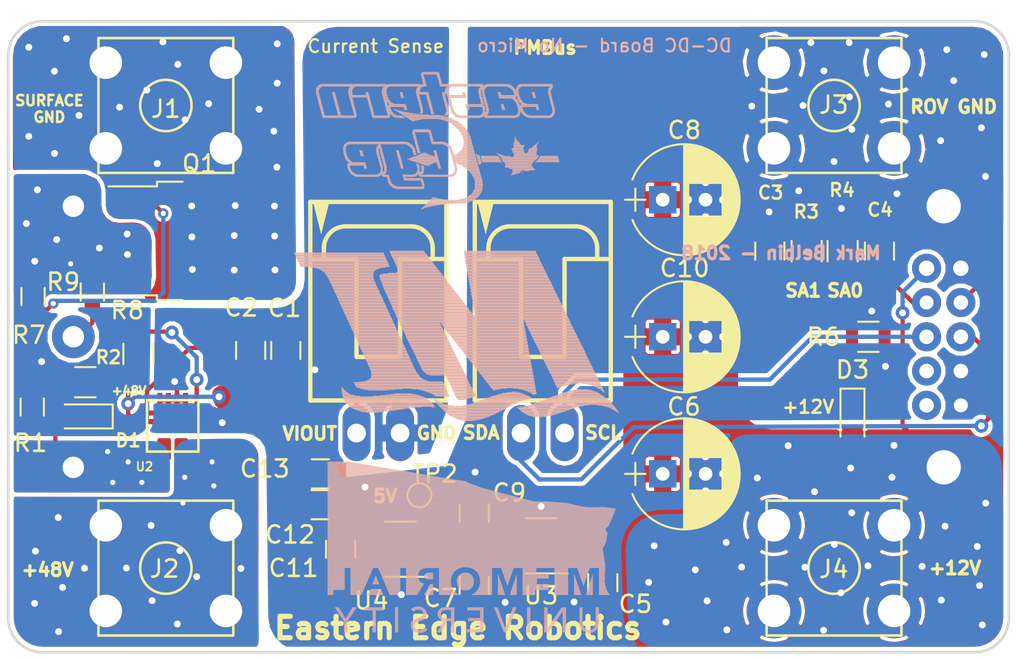
<source format=kicad_pcb>
(kicad_pcb (version 20171130) (host pcbnew "(5.0.0)")
  (layers (0 F.Cu mixed) (31 B.Cu mixed) (34 B.Paste user) (35 F.Paste user) (36 B.SilkS user) (37 F.SilkS user) (38 B.Mask user hide) (39 F.Mask user hide) (44 Edge.Cuts user))
  (net 0 "")
  (net 1 /+48V)
  (net 2 +12V)
  (net 3 GND)
  (net 4 Earth)
  (net 5 VIOUT)
  (net 6 "Net-(C3-Pad1)")
  (net 7 "Net-(C4-Pad1)")
  (net 8 /5V)
  (net 9 +3V3)
  (net 10 "Net-(D1-Pad1)")
  (net 11 "Net-(D3-Pad1)")
  (net 12 SDA)
  (net 13 SCL)
  (net 14 "Net-(U3-Pad4)")
  (net 15 "Net-(U4-Pad4)")
  (net 16 "Net-(R8-Pad2)")
  (net 17 "Net-(D1-Pad2)")
  (net 18 "Net-(Q1-Pad1)")
  (net 19 "Net-(J1-Pad1)")
  (net 20 "Net-(R9-Pad1)")
  (net 21 "Net-(U1-Pad12)")
  (net 22 "Net-(U1-Pad14)")
  (module EER:70553-02 (layer F.Cu) (at 92.4 48)
    (fp_text reference J6 hide)
    (fp_text value Conn_01x02 hide)
    (pad 1 thru_hole oval (at -1.27 7.62 90) (size 3.2766 1.6383) (drill 1.0922) (layers *.Cu *.Mask) (net 5 VIOUT))
    (pad 2 thru_hole oval (at 1.27 7.62 90) (size 3.2766 1.6383) (drill 1.0922) (layers *.Cu *.Mask) (net 3 GND))
  )
  (module EER:MurataDC-DC (layer F.Cu) (at 100 50)
    (fp_text reference U1 hide)
    (fp_text value DBQ0135V2)
    (pad 15 thru_hole circle (at 26.4 4) (size 1.5 1.5) (drill 0.82) (layers *.Cu *.Mask) (net 3 GND))
    (pad 14 thru_hole circle (at 24.4 4) (size 1.7 1.7) (drill 0.85) (layers *.Cu *.Mask) (net 22 "Net-(U1-Pad14)"))
    (pad 12 thru_hole circle (at 24.4 2) (size 1.7 1.7) (drill 0.85) (layers *.Cu *.Mask) (net 21 "Net-(U1-Pad12)"))
    (pad 13 thru_hole circle (at 26.4 2) (size 1.7 1.7) (drill 0.85) (layers *.Cu *.Mask) (net 3 GND))
    (pad 10 thru_hole circle (at 24.4 0) (size 1.7 1.7) (drill 0.85) (layers *.Cu *.Mask) (net 13 SCL))
    (pad 11 thru_hole circle (at 26.4 0) (size 1.7 1.7) (drill 0.85) (layers *.Cu *.Mask) (net 12 SDA))
    (pad 9 thru_hole circle (at 26.4 -2) (size 1.7 1.7) (drill 0.85) (layers *.Cu *.Mask) (net 6 "Net-(C3-Pad1)"))
    (pad 8 thru_hole circle (at 24.4 -2) (size 1.7 1.7) (drill 0.82) (layers *.Cu *.Mask) (net 7 "Net-(C4-Pad1)"))
    (pad 7 thru_hole circle (at 26.4 -4) (size 1.7 1.7) (drill 0.9) (layers *.Cu *.Mask) (net 3 GND))
    (pad 6 thru_hole circle (at 24.4 -4) (size 1.7 1.7) (drill 0.9) (layers *.Cu *.Mask) (net 2 +12V))
    (pad 16 thru_hole circle (at 25.4 7.62) (size 3.5 3.5) (drill 2) (layers *.Cu *.Mask) (net 2 +12V))
    (pad 5 thru_hole circle (at 25.4 -7.62 180) (size 3.5 3.5) (drill 2) (layers *.Cu *.Mask) (net 3 GND))
    (pad 1 thru_hole circle (at -25.4 7.62) (size 2.5 2.5) (drill 1.25) (layers *.Cu *.Mask) (net 17 "Net-(D1-Pad2)"))
    (pad 2 thru_hole circle (at -25.4 0) (size 2.5 2.5) (drill 1.25) (layers *.Cu *.Mask) (net 20 "Net-(R9-Pad1)"))
    (pad 4 thru_hole circle (at -25.4 -7.62) (size 2.5 2.5) (drill 1.25) (layers *.Cu *.Mask) (net 4 Earth))
  )
  (module Capacitors_SMD:C_0805 (layer F.Cu) (at 121.65 45 90)
    (fp_text reference C4 (at 2.41 0.03 180) (layer F.SilkS) (effects (font (size 0.75 0.75))))
    (fp_text value 4.7nF)
    (pad 1 smd rect (at -1 0 90) (size 1 1.25) (layers F.Cu F.Paste F.Mask) (net 7 "Net-(C4-Pad1)"))
    (pad 2 smd rect (at 1 0 90) (size 1 1.25) (layers F.Cu F.Paste F.Mask) (net 3 GND))
  )
  (module EER:ACS711 (layer F.Cu) (at 80.4 55.2 90)
    (fp_text reference U2 (at -2.38 -1.65 -180) (layer F.SilkS) (effects (font (size 0.5 0.5) (thickness 0.1))))
    (fp_text value ACS711)
    (pad 3 smd roundrect (at -1.35 0.5 270) (size 1.27 0.8) (layers F.Cu F.Paste F.Mask) (roundrect_rratio 0.15) (net 1 /+48V))
    (pad 1 smd roundrect (at -1.35 -0.5 270) (size 1.27 0.8) (layers F.Cu F.Paste F.Mask) (roundrect_rratio 0.15) (net 17 "Net-(D1-Pad2)"))
    (pad 5 smd rect (at 0.25 1.5 90) (size 0.3 0.85) (layers F.Cu F.Paste F.Mask) (net 3 GND))
    (pad 6 smd rect (at 0.75 1.5 90) (size 0.3 0.85) (layers F.Cu F.Paste F.Mask) (net 16 "Net-(R8-Pad2)"))
    (pad 7 smd rect (at 1.5 0.75 180) (size 0.3 0.85) (layers F.Cu F.Paste F.Mask) (net 3 GND))
    (pad 7 smd rect (at 1.5 -0.75 180) (size 0.3 0.85) (layers F.Cu F.Paste F.Mask) (net 3 GND))
    (pad 7 smd rect (at 1.5 0.25 180) (size 0.3 0.85) (layers F.Cu F.Paste F.Mask) (net 3 GND))
    (pad 7 smd rect (at 1.5 -0.25 180) (size 0.3 0.85) (layers F.Cu F.Paste F.Mask) (net 3 GND))
    (pad 11 smd rect (at 0.75 -1.5 90) (size 0.3 0.85) (layers F.Cu F.Paste F.Mask) (net 5 VIOUT))
    (pad 12 smd rect (at 0.25 -1.5 90) (size 0.3 0.85) (layers F.Cu F.Paste F.Mask) (net 9 +3V3))
  )
  (module EER:RingTerminal (layer F.Cu) (at 80 36.5 90)
    (fp_text reference J1 (at -0.2 0 180) (layer F.SilkS))
    (fp_text value Conn_01x01)
    (pad 1 thru_hole circle (at 2.5 -3.505 90) (size 3.2 3.2) (drill 1.9) (layers *.Cu *.Mask) (net 19 "Net-(J1-Pad1)"))
    (pad 1 thru_hole circle (at 2.5 3.505 90) (size 3.2 3.2) (drill 1.9) (layers *.Cu *.Mask) (net 19 "Net-(J1-Pad1)"))
    (pad 1 thru_hole circle (at -2.5 3.505 90) (size 3.2 3.2) (drill 1.9) (layers *.Cu *.Mask) (net 19 "Net-(J1-Pad1)"))
    (pad 1 thru_hole circle (at -2.5 -3.505 90) (size 3.2 3.2) (drill 1.9) (layers *.Cu *.Mask) (net 19 "Net-(J1-Pad1)"))
  )
  (module EER:RingTerminal (layer F.Cu) (at 80 63.5 90)
    (fp_text reference J2 (at -0.04 -0.08 180) (layer F.SilkS))
    (fp_text value Conn_01x01)
    (pad 1 thru_hole circle (at 2.5 -3.505 90) (size 3.2 3.2) (drill 1.9) (layers *.Cu *.Mask) (net 1 /+48V))
    (pad 1 thru_hole circle (at 2.5 3.505 90) (size 3.2 3.2) (drill 1.9) (layers *.Cu *.Mask) (net 1 /+48V))
    (pad 1 thru_hole circle (at -2.5 3.505 90) (size 3.2 3.2) (drill 1.9) (layers *.Cu *.Mask) (net 1 /+48V))
    (pad 1 thru_hole circle (at -2.5 -3.505 90) (size 3.2 3.2) (drill 1.9) (layers *.Cu *.Mask) (net 1 /+48V))
  )
  (module EER:RingTerminal (layer F.Cu) (at 119 36.5 90)
    (fp_text reference J3 (at 0.04 -0.02 180) (layer F.SilkS))
    (fp_text value Conn_01x01)
    (pad 1 thru_hole circle (at 2.5 -3.505 90) (size 3.2 3.2) (drill 1.9) (layers *.Cu *.Mask) (net 3 GND))
    (pad 1 thru_hole circle (at 2.5 3.505 90) (size 3.2 3.2) (drill 1.9) (layers *.Cu *.Mask) (net 3 GND))
    (pad 1 thru_hole circle (at -2.5 3.505 90) (size 3.2 3.2) (drill 1.9) (layers *.Cu *.Mask) (net 3 GND))
    (pad 1 thru_hole circle (at -2.5 -3.505 90) (size 3.2 3.2) (drill 1.9) (layers *.Cu *.Mask) (net 3 GND))
  )
  (module EER:RingTerminal (layer F.Cu) (at 119 63.5 90)
    (fp_text reference J4 (at -0.06 -0.02 180) (layer F.SilkS))
    (fp_text value Conn_01x01)
    (pad 1 thru_hole circle (at 2.5 -3.505 90) (size 3.2 3.2) (drill 1.9) (layers *.Cu *.Mask) (net 2 +12V))
    (pad 1 thru_hole circle (at 2.5 3.505 90) (size 3.2 3.2) (drill 1.9) (layers *.Cu *.Mask) (net 2 +12V))
    (pad 1 thru_hole circle (at -2.5 3.505 90) (size 3.2 3.2) (drill 1.9) (layers *.Cu *.Mask) (net 2 +12V))
    (pad 1 thru_hole circle (at -2.5 -3.505 90) (size 3.2 3.2) (drill 1.9) (layers *.Cu *.Mask) (net 2 +12V))
  )
  (module Capacitors_SMD:C_0805 (layer F.Cu) (at 87 50.8 270)
    (fp_text reference C1 (at -2.475 0.075) (layer F.SilkS))
    (fp_text value 1uF)
    (pad 1 smd rect (at -1 0 270) (size 1 1.25) (layers F.Cu F.Paste F.Mask) (net 5 VIOUT))
    (pad 2 smd rect (at 1 0 270) (size 1 1.25) (layers F.Cu F.Paste F.Mask) (net 3 GND))
  )
  (module Capacitors_SMD:C_0805 (layer F.Cu) (at 84.95 50.8 270)
    (fp_text reference C2 (at -2.5 0.55) (layer F.SilkS))
    (fp_text value 0.1uF)
    (pad 1 smd rect (at -1 0 270) (size 1 1.25) (layers F.Cu F.Paste F.Mask) (net 5 VIOUT))
    (pad 2 smd rect (at 1 0 270) (size 1 1.25) (layers F.Cu F.Paste F.Mask) (net 3 GND))
  )
  (module Capacitors_SMD:C_0805 (layer F.Cu) (at 115.25 45 90)
    (fp_text reference C3 (at 3.41 0.05 180) (layer F.SilkS) (effects (font (size 0.75 0.75))))
    (fp_text value 4.7nF)
    (pad 1 smd rect (at -1 0 90) (size 1 1.25) (layers F.Cu F.Paste F.Mask) (net 6 "Net-(C3-Pad1)"))
    (pad 2 smd rect (at 1 0 90) (size 1 1.25) (layers F.Cu F.Paste F.Mask) (net 3 GND))
  )
  (module Capacitors_SMD:C_0805 (layer F.Cu) (at 105.5 64.35 270)
    (fp_text reference C5 (at 1.25 -1.9) (layer F.SilkS))
    (fp_text value 1uF)
    (pad 1 smd rect (at -1 0 270) (size 1 1.25) (layers F.Cu F.Paste F.Mask) (net 2 +12V))
    (pad 2 smd rect (at 1 0 270) (size 1 1.25) (layers F.Cu F.Paste F.Mask) (net 3 GND))
  )
  (module Capacitors_THT:CP_Radial_D6.3mm_P2.50mm (layer F.Cu) (at 109 58)
    (fp_text reference C6 (at 1.24 -3.92) (layer F.SilkS))
    (fp_text value 47uF)
    (pad 1 thru_hole rect (at 0 0) (size 1.6 1.6) (drill 0.8) (layers *.Cu *.Mask) (net 2 +12V))
    (pad 2 thru_hole circle (at 2.5 0) (size 1.6 1.6) (drill 0.8) (layers *.Cu *.Mask) (net 3 GND))
  )
  (module Capacitors_SMD:C_0805 (layer F.Cu) (at 98 64.5 270)
    (fp_text reference C7 (at 0.76 1.97) (layer F.SilkS))
    (fp_text value 1uF)
    (pad 1 smd rect (at -1 0 270) (size 1 1.25) (layers F.Cu F.Paste F.Mask) (net 8 /5V))
    (pad 2 smd rect (at 1 0 270) (size 1 1.25) (layers F.Cu F.Paste F.Mask) (net 3 GND))
  )
  (module Capacitors_THT:CP_Radial_D6.3mm_P2.50mm (layer F.Cu) (at 109 42)
    (fp_text reference C8 (at 1.26 -4.06) (layer F.SilkS))
    (fp_text value 220uF)
    (pad 1 thru_hole rect (at 0 0) (size 1.6 1.6) (drill 0.8) (layers *.Cu *.Mask) (net 2 +12V))
    (pad 2 thru_hole circle (at 2.5 0) (size 1.6 1.6) (drill 0.8) (layers *.Cu *.Mask) (net 3 GND))
  )
  (module Capacitors_SMD:C_0805 (layer F.Cu) (at 98 60.3 90)
    (fp_text reference C9 (at 1.2 2.05 180) (layer F.SilkS))
    (fp_text value 1uF)
    (pad 1 smd rect (at -1 0 90) (size 1 1.25) (layers F.Cu F.Paste F.Mask) (net 8 /5V))
    (pad 2 smd rect (at 1 0 90) (size 1 1.25) (layers F.Cu F.Paste F.Mask) (net 3 GND))
  )
  (module Capacitors_THT:CP_Radial_D6.3mm_P2.50mm (layer F.Cu) (at 109 50)
    (fp_text reference C10 (at 1.28 -4) (layer F.SilkS))
    (fp_text value 220uF)
    (pad 1 thru_hole rect (at 0 0) (size 1.6 1.6) (drill 0.8) (layers *.Cu *.Mask) (net 2 +12V))
    (pad 2 thru_hole circle (at 2.5 0) (size 1.6 1.6) (drill 0.8) (layers *.Cu *.Mask) (net 3 GND))
  )
  (module Capacitors_SMD:C_0805 (layer F.Cu) (at 90.2 62.4 90)
    (fp_text reference C11 (at -1.1 -2.75 180) (layer F.SilkS))
    (fp_text value 1uF)
    (pad 1 smd rect (at -1 0 90) (size 1 1.25) (layers F.Cu F.Paste F.Mask) (net 9 +3V3))
    (pad 2 smd rect (at 1 0 90) (size 1 1.25) (layers F.Cu F.Paste F.Mask) (net 3 GND))
  )
  (module LEDs:LED_0805 (layer F.Cu) (at 75.1 54.65 180)
    (fp_text reference D1 (at -2.7 -1.4) (layer F.SilkS) (effects (font (size 0.75 0.75))))
    (fp_text value LED)
    (pad 2 smd rect (at 1.1 0) (size 1.2 1.2) (layers F.Cu F.Paste F.Mask) (net 17 "Net-(D1-Pad2)"))
    (pad 1 smd rect (at -1.1 0) (size 1.2 1.2) (layers F.Cu F.Paste F.Mask) (net 10 "Net-(D1-Pad1)"))
  )
  (module LEDs:LED_0805 (layer F.Cu) (at 120.075 54.825 270)
    (fp_text reference D3 (at -2.9 0) (layer F.SilkS))
    (fp_text value LED)
    (pad 2 smd rect (at 1.1 0 90) (size 1.2 1.2) (layers F.Cu F.Paste F.Mask) (net 2 +12V))
    (pad 1 smd rect (at -1.1 0 90) (size 1.2 1.2) (layers F.Cu F.Paste F.Mask) (net 11 "Net-(D3-Pad1)"))
  )
  (module TO_SOT_Packages_SMD:SOT-23-5 (layer F.Cu) (at 93.7 62.4 180)
    (fp_text reference U4 (at 1.7 -3 180) (layer F.SilkS))
    (fp_text value TLV733P)
    (pad 1 smd rect (at -1.1 -0.95 180) (size 1.06 0.65) (layers F.Cu F.Paste F.Mask) (net 8 /5V))
    (pad 2 smd rect (at -1.1 0 180) (size 1.06 0.65) (layers F.Cu F.Paste F.Mask) (net 3 GND))
    (pad 3 smd rect (at -1.1 0.95 180) (size 1.06 0.65) (layers F.Cu F.Paste F.Mask) (net 8 /5V))
    (pad 4 smd rect (at 1.1 0.95 180) (size 1.06 0.65) (layers F.Cu F.Paste F.Mask) (net 15 "Net-(U4-Pad4)"))
    (pad 5 smd rect (at 1.1 -0.95 180) (size 1.06 0.65) (layers F.Cu F.Paste F.Mask) (net 9 +3V3))
  )
  (module Resistors_SMD:R_0805 (layer F.Cu) (at 75.3 52.65 180)
    (fp_text reference R2 (at -1.35 1.45 180) (layer F.SilkS) (effects (font (size 0.75 0.75))))
    (fp_text value 10k)
    (pad 1 smd rect (at -0.95 0 180) (size 0.7 1.3) (layers F.Cu F.Paste F.Mask) (net 10 "Net-(D1-Pad1)"))
    (pad 2 smd rect (at 0.95 0 180) (size 0.7 1.3) (layers F.Cu F.Paste F.Mask) (net 4 Earth))
  )
  (module Resistors_SMD:R_0805 (layer F.Cu) (at 117.4 45 90)
    (fp_text reference R3 (at 2.3 -0.02 180) (layer F.SilkS) (effects (font (size 0.75 0.75))))
    (fp_text value 0)
    (pad 1 smd rect (at -0.95 0 90) (size 0.7 1.3) (layers F.Cu F.Paste F.Mask) (net 6 "Net-(C3-Pad1)"))
    (pad 2 smd rect (at 0.95 0 90) (size 0.7 1.3) (layers F.Cu F.Paste F.Mask) (net 3 GND))
  )
  (module Resistors_SMD:R_0805 (layer F.Cu) (at 119.5 45 90)
    (fp_text reference R4 (at 3.56 -0.04 180) (layer F.SilkS) (effects (font (size 0.75 0.75))))
    (fp_text value 0)
    (pad 1 smd rect (at -0.95 0 90) (size 0.7 1.3) (layers F.Cu F.Paste F.Mask) (net 7 "Net-(C4-Pad1)"))
    (pad 2 smd rect (at 0.95 0 90) (size 0.7 1.3) (layers F.Cu F.Paste F.Mask) (net 3 GND))
  )
  (module Resistors_SMD:R_0805 (layer F.Cu) (at 121 50)
    (fp_text reference R6 (at -2.62 0.01) (layer F.SilkS))
    (fp_text value 1k)
    (pad 1 smd rect (at -0.95 0) (size 0.7 1.3) (layers F.Cu F.Paste F.Mask) (net 11 "Net-(D3-Pad1)"))
    (pad 2 smd rect (at 0.95 0) (size 0.7 1.3) (layers F.Cu F.Paste F.Mask) (net 3 GND))
  )
  (module Resistors_SMD:R_0805 (layer F.Cu) (at 78.4 51 90)
    (fp_text reference R8 (at 2.54 -0.65 180) (layer F.SilkS))
    (fp_text value 1k)
    (pad 1 smd rect (at -0.95 0 90) (size 0.7 1.3) (layers F.Cu F.Paste F.Mask) (net 9 +3V3))
    (pad 2 smd rect (at 0.95 0 90) (size 0.7 1.3) (layers F.Cu F.Paste F.Mask) (net 16 "Net-(R8-Pad2)"))
  )
  (module TO_SOT_Packages_SMD:SOT-23-5 (layer F.Cu) (at 101.9 62.2 180)
    (fp_text reference U3 (at 0 -2.9 180) (layer F.SilkS))
    (fp_text value NCP551)
    (pad 1 smd rect (at -1.1 -0.95 180) (size 1.06 0.65) (layers F.Cu F.Paste F.Mask) (net 2 +12V))
    (pad 2 smd rect (at -1.1 0 180) (size 1.06 0.65) (layers F.Cu F.Paste F.Mask) (net 3 GND))
    (pad 3 smd rect (at -1.1 0.95 180) (size 1.06 0.65) (layers F.Cu F.Paste F.Mask) (net 2 +12V))
    (pad 4 smd rect (at 1.1 0.95 180) (size 1.06 0.65) (layers F.Cu F.Paste F.Mask) (net 14 "Net-(U3-Pad4)"))
    (pad 5 smd rect (at 1.1 -0.95 180) (size 1.06 0.65) (layers F.Cu F.Paste F.Mask) (net 8 /5V))
  )
  (module Testpoints:TestPoint_Pad_D1.0mm (layer F.Cu) (at 94.8 59.25)
    (fp_text reference TP2 (at 0.875 -1.25) (layer F.SilkS))
    (fp_text value TestPoint)
    (pad 1 smd circle (at 0 0) (size 1 1) (layers F.Cu F.Mask) (net 8 /5V))
  )
  (module Capacitors_SMD:C_0805 (layer F.Cu) (at 89 59.8)
    (fp_text reference C12 (at -1.75 1.75) (layer F.SilkS))
    (fp_text value 1uF)
    (pad 1 smd rect (at -1 0) (size 1 1.25) (layers F.Cu F.Paste F.Mask) (net 9 +3V3))
    (pad 2 smd rect (at 1 0) (size 1 1.25) (layers F.Cu F.Paste F.Mask) (net 3 GND))
  )
  (module Capacitors_SMD:C_0805 (layer F.Cu) (at 89.025 58)
    (fp_text reference C13 (at -3.25 -0.3) (layer F.SilkS))
    (fp_text value 0.1uF)
    (pad 1 smd rect (at -1 0) (size 1 1.25) (layers F.Cu F.Paste F.Mask) (net 9 +3V3))
    (pad 2 smd rect (at 1 0) (size 1 1.25) (layers F.Cu F.Paste F.Mask) (net 3 GND))
  )
  (module EER:EERLOGO (layer B.Cu) (at 105.5 44.3 180)
    (fp_text reference U$12 hide)
    (fp_text value EERLOGO hide)
  )
  (module EER:MUNLOGO (layer B.Cu) (at 107.35 68.4 180)
    (fp_text reference U$15 hide)
    (fp_text value MUNLOGO hide)
  )
  (module EER:MILOGO (layer B.Cu) (at 106.8 56.3 180)
    (fp_text reference U$16 hide)
    (fp_text value MILOGO hide)
  )
  (module Resistors_SMD:R_0603 (layer F.Cu) (at 72.2 54.1 90)
    (fp_text reference R1 (at -2.1 -0.1 180) (layer F.SilkS))
    (fp_text value 698k)
    (pad 2 smd rect (at 0.75 0 90) (size 0.5 0.9) (layers F.Cu F.Paste F.Mask) (net 18 "Net-(Q1-Pad1)"))
    (pad 1 smd rect (at -0.75 0 90) (size 0.5 0.9) (layers F.Cu F.Paste F.Mask) (net 17 "Net-(D1-Pad2)"))
  )
  (module Resistors_SMD:R_0603 (layer F.Cu) (at 72.25 47.65 90)
    (fp_text reference R7 (at -2.25 -0.25 180) (layer F.SilkS))
    (fp_text value 200k)
    (pad 1 smd rect (at -0.75 0 90) (size 0.5 0.9) (layers F.Cu F.Paste F.Mask) (net 18 "Net-(Q1-Pad1)"))
    (pad 2 smd rect (at 0.75 0 90) (size 0.5 0.9) (layers F.Cu F.Paste F.Mask) (net 4 Earth))
  )
  (module Resistors_SMD:R_0603 (layer F.Cu) (at 75.71 47.38 90)
    (fp_text reference R9 (at 0.58 -1.7 180) (layer F.SilkS))
    (fp_text value 0)
    (pad 2 smd rect (at 0.75 0 90) (size 0.5 0.9) (layers F.Cu F.Paste F.Mask) (net 4 Earth))
    (pad 1 smd rect (at -0.75 0 90) (size 0.5 0.9) (layers F.Cu F.Paste F.Mask) (net 20 "Net-(R9-Pad1)"))
  )
  (module TO_SOT_Packages_SMD:TO-252-2 (layer F.Cu) (at 81.95 44.4)
    (fp_text reference Q1 (at 0 -4.5) (layer F.SilkS))
    (fp_text value Q_NMOS_GDS)
    (pad 2 smd rect (at 0.425 1.525) (size 3.05 2.75) (layers F.Cu F.Paste) (net 19 "Net-(J1-Pad1)"))
    (pad 2 smd rect (at 3.775 -1.525) (size 3.05 2.75) (layers F.Cu F.Paste) (net 19 "Net-(J1-Pad1)"))
    (pad 2 smd rect (at 0.425 -1.525) (size 3.05 2.75) (layers F.Cu F.Paste) (net 19 "Net-(J1-Pad1)"))
    (pad 2 smd rect (at 3.775 1.525) (size 3.05 2.75) (layers F.Cu F.Paste) (net 19 "Net-(J1-Pad1)"))
    (pad 2 smd rect (at 2.1 0) (size 6.4 5.8) (layers F.Cu F.Mask) (net 19 "Net-(J1-Pad1)"))
    (pad 3 smd rect (at -4.2 2.28) (size 2.2 1.2) (layers F.Cu F.Paste F.Mask) (net 4 Earth))
    (pad 1 smd rect (at -4.2 -2.28) (size 2.2 1.2) (layers F.Cu F.Paste F.Mask) (net 18 "Net-(Q1-Pad1)"))
  )
  (module EER:70553-02 (layer F.Cu) (at 102 48)
    (fp_text reference J5 hide)
    (fp_text value Conn_01x02 hide)
    (pad 2 thru_hole oval (at 1.27 7.62 90) (size 3.2766 1.6383) (drill 1.0922) (layers *.Cu *.Mask) (net 13 SCL))
    (pad 1 thru_hole oval (at -1.27 7.62 90) (size 3.2766 1.6383) (drill 1.0922) (layers *.Cu *.Mask) (net 12 SDA))
  )
  (gr_text "SA1\n" (at 117.2 47.3) (layer F.SilkS) (effects (font (size 0.75 0.75) (thickness 0.1875))))
  (gr_text "SA0\n" (at 119.65 47.3) (layer F.SilkS) (effects (font (size 0.75 0.75) (thickness 0.1875))))
  (gr_text "GND\n" (at 95.8 55.625) (layer F.SilkS) (effects (font (size 0.75 0.75) (thickness 0.1875))))
  (gr_text PMBus (at 102.125 33.125) (layer F.SilkS) (effects (font (size 0.75 0.75) (thickness 0.1875))))
  (gr_text "Current Sense" (at 92.25 33.04) (layer F.SilkS) (effects (font (size 0.75 0.75) (thickness 0.125))))
  (gr_text "SURFACE\nGND" (at 73.2 36.7) (layer F.SilkS) (effects (font (size 0.6 0.6))))
  (gr_text +48V (at 73.1 63.6) (layer F.SilkS) (effects (font (size 0.75 0.75) (thickness 0.1875))))
  (gr_text +12V (at 126.06 63.5) (layer F.SilkS) (effects (font (size 0.75 0.75) (thickness 0.1875))))
  (gr_text "ROV GND" (at 125.984 36.576) (layer F.SilkS) (effects (font (size 0.75 0.75) (thickness 0.1875))))
  (gr_text "5V\n" (at 92.8 59.3) (layer F.SilkS) (effects (font (size 0.75 0.75) (thickness 0.1875))))
  (gr_text "VIOUT\n" (at 88.4 55.65) (layer F.SilkS) (effects (font (size 0.75 0.75) (thickness 0.1875))))
  (gr_text "SCL\n" (at 105.525 55.6) (layer F.SilkS) (effects (font (size 0.75 0.75) (thickness 0.1875))))
  (gr_text "SDA\n" (at 98.4 55.6) (layer F.SilkS) (effects (font (size 0.75 0.75) (thickness 0.1875))))
  (gr_text "Mark Belbin - 2018" (at 115.9 45.11) (layer B.SilkS) (effects (font (size 0.75 0.75) (thickness 0.1875)) (justify mirror)))
  (gr_text "DC-DC Board - No Micro" (at 105.6 33) (layer B.SilkS) (effects (font (size 0.75 0.75) (thickness 0.125)) (justify mirror)))
  (gr_text "Eastern Edge Robotics" (at 97.05 67) (layer F.SilkS) (effects (font (size 1.25 1.25) (thickness 0.3))))
  (gr_text +48V (at 77.85 53.15) (layer F.SilkS) (effects (font (size 0.5 0.5) (thickness 0.125))))
  (gr_text +12V (at 117.49 54.09) (layer F.SilkS) (effects (font (size 0.75 0.75))))
  (gr_arc (start 127.2 66.415) (end 127.2 68.415) (angle -90) (layer Edge.Cuts) (width 0.15))
  (gr_arc (start 72.8 66.415) (end 70.8 66.415) (angle -90) (layer Edge.Cuts) (width 0.15))
  (gr_arc (start 127.2 33.585) (end 129.2 33.585) (angle -90) (layer Edge.Cuts) (width 0.15))
  (gr_arc (start 72.8 33.585) (end 72.8 31.585) (angle -90) (layer Edge.Cuts) (width 0.15))
  (gr_line (start 70.8 66.415) (end 70.8 33.585) (layer Edge.Cuts) (width 0.15))
  (gr_line (start 127.2 68.415) (end 72.8 68.415) (layer Edge.Cuts) (width 0.15))
  (gr_line (start 129.2 33.585) (end 129.2 66.415) (layer Edge.Cuts) (width 0.15))
  (gr_line (start 72.8 31.585) (end 127.2 31.585) (layer Edge.Cuts) (width 0.15))
  (via (at 81.1 58.2) (size 0.6) (drill 0.3) (layers F.Cu B.Cu) (net 1))
  (via (at 82.7 57.3) (size 0.6) (drill 0.3) (layers F.Cu B.Cu) (net 1))
  (via (at 82.8 58.7) (size 0.6) (drill 0.3) (layers F.Cu B.Cu) (net 1))
  (via (at 81 59.7) (size 0.6) (drill 0.3) (layers F.Cu B.Cu) (net 1))
  (via (at 79.14 61.01) (size 0.8) (drill 0.4) (layers F.Cu B.Cu) (net 1))
  (via (at 80.82 62.48) (size 0.8) (drill 0.4) (layers F.Cu B.Cu) (net 1))
  (via (at 79.2 65.4) (size 0.8) (drill 0.4) (layers F.Cu B.Cu) (net 1))
  (via (at 80.67 66.76) (size 0.8) (drill 0.4) (layers F.Cu B.Cu) (net 1))
  (via (at 84.38 63.52) (size 0.8) (drill 0.4) (layers F.Cu B.Cu) (net 1))
  (via (at 75.25 63.51) (size 0.8) (drill 0.4) (layers F.Cu B.Cu) (net 1))
  (via (at 73.74 67.21) (size 0.8) (drill 0.4) (layers F.Cu B.Cu) (net 1))
  (via (at 72.34 65.56) (size 0.8) (drill 0.4) (layers F.Cu B.Cu) (net 1))
  (via (at 73.97 64.63) (size 0.8) (drill 0.4) (layers F.Cu B.Cu) (net 1))
  (via (at 72.39 62.51) (size 0.8) (drill 0.4) (layers F.Cu B.Cu) (net 1))
  (via (at 73.72 60.55) (size 0.8) (drill 0.4) (layers F.Cu B.Cu) (net 1))
  (via (at 81.8 64) (size 0.8) (drill 0.4) (layers F.Cu B.Cu) (net 1))
  (via (at 77.7 63.5) (size 0.8) (drill 0.4) (layers F.Cu B.Cu) (net 1))
  (segment (start 105.15 63.15) (end 105.5 63.5) (width 0.25) (layer F.Cu) (net 2))
  (segment (start 103.5 62.95) (end 103.5 64.45) (width 0.25) (layer F.Cu) (net 2))
  (via (at 123 48.600008) (size 0.8) (drill 0.4) (layers F.Cu B.Cu) (net 2))
  (segment (start 124.4 46) (end 123 47.4) (width 0.25) (layer B.Cu) (net 2))
  (segment (start 123 47.4) (end 123 48.034323) (width 0.25) (layer B.Cu) (net 2))
  (segment (start 123 48.034323) (end 123 48.600008) (width 0.25) (layer B.Cu) (net 2))
  (segment (start 123 55.22) (end 123.3 55.52) (width 0.25) (layer F.Cu) (net 2))
  (segment (start 123 48.600008) (end 123 55.22) (width 0.25) (layer F.Cu) (net 2))
  (segment (start 123.1 55.32) (end 123.3 55.52) (width 0.25) (layer F.Cu) (net 2))
  (segment (start 123.3 55.52) (end 125.4 57.62) (width 0.25) (layer F.Cu) (net 2))
  (via (at 127.65 66.82) (size 0.8) (drill 0.4) (layers F.Cu B.Cu) (net 2))
  (via (at 125.26 65.37) (size 0.8) (drill 0.4) (layers F.Cu B.Cu) (net 2))
  (via (at 127.36 62.24) (size 0.8) (drill 0.4) (layers F.Cu B.Cu) (net 2))
  (via (at 125.48 61.06) (size 0.8) (drill 0.4) (layers F.Cu B.Cu) (net 2))
  (via (at 127.85 59.71) (size 0.8) (drill 0.4) (layers F.Cu B.Cu) (net 2))
  (via (at 124.14 63.4) (size 0.8) (drill 0.4) (layers F.Cu B.Cu) (net 2))
  (via (at 120.98 63.37) (size 0.8) (drill 0.4) (layers F.Cu B.Cu) (net 2))
  (via (at 117.3 63.45) (size 0.8) (drill 0.4) (layers F.Cu B.Cu) (net 2))
  (via (at 113.6 63.44) (size 0.8) (drill 0.4) (layers F.Cu B.Cu) (net 2))
  (via (at 118.39 67.13) (size 0.8) (drill 0.4) (layers F.Cu B.Cu) (net 2))
  (via (at 119.4 64.94) (size 0.8) (drill 0.4) (layers F.Cu B.Cu) (net 2))
  (via (at 119.02 62.12) (size 0.8) (drill 0.4) (layers F.Cu B.Cu) (net 2))
  (via (at 120.03 60.27) (size 0.8) (drill 0.4) (layers F.Cu B.Cu) (net 2))
  (via (at 117.86 59.04) (size 0.8) (drill 0.4) (layers F.Cu B.Cu) (net 2))
  (via (at 122.38 58.2) (size 0.8) (drill 0.4) (layers F.Cu B.Cu) (net 2))
  (via (at 116.32 56.36) (size 0.8) (drill 0.4) (layers F.Cu B.Cu) (net 2))
  (via (at 114.52 58.24) (size 0.8) (drill 0.4) (layers F.Cu B.Cu) (net 2))
  (via (at 112.7 62) (size 0.8) (drill 0.4) (layers F.Cu B.Cu) (net 2))
  (via (at 110.9 63.6) (size 0.8) (drill 0.4) (layers F.Cu B.Cu) (net 2))
  (via (at 108.5 62.2) (size 0.8) (drill 0.4) (layers F.Cu B.Cu) (net 2))
  (via (at 108.18 64.33) (size 0.8) (drill 0.4) (layers F.Cu B.Cu) (net 2))
  (via (at 111.59 65.41) (size 0.8) (drill 0.4) (layers F.Cu B.Cu) (net 2))
  (via (at 109.19 66.65) (size 0.8) (drill 0.4) (layers F.Cu B.Cu) (net 2))
  (via (at 112.74 67.1) (size 0.8) (drill 0.4) (layers F.Cu B.Cu) (net 2))
  (via (at 119.97 57.66) (size 0.8) (drill 0.4) (layers F.Cu B.Cu) (net 2))
  (via (at 122.5 56.34) (size 0.8) (drill 0.4) (layers F.Cu B.Cu) (net 2))
  (via (at 127.49 64.52) (size 0.8) (drill 0.4) (layers F.Cu B.Cu) (net 2))
  (via (at 122 51.725) (size 0.8) (drill 0.4) (layers F.Cu B.Cu) (net 3))
  (segment (start 124.87 42.38) (end 125.4 42.38) (width 0.25) (layer F.Cu) (net 3))
  (via (at 98.05 57.9) (size 0.8) (drill 0.4) (layers F.Cu B.Cu) (net 3))
  (via (at 99.8 65.500002) (size 0.8) (drill 0.4) (layers F.Cu B.Cu) (net 3))
  (segment (start 99.799998 65.5) (end 99.8 65.500002) (width 0.25) (layer F.Cu) (net 3))
  (segment (start 98 65.5) (end 99.799998 65.5) (width 0.25) (layer F.Cu) (net 3))
  (segment (start 98 57.95) (end 98.1 57.85) (width 0.25) (layer F.Cu) (net 3))
  (segment (start 98 59.3) (end 98 57.95) (width 0.25) (layer F.Cu) (net 3))
  (segment (start 94.02 62.4) (end 93.7 62.72) (width 0.25) (layer F.Cu) (net 3))
  (segment (start 94.8 62.4) (end 94.02 62.4) (width 0.25) (layer F.Cu) (net 3))
  (via (at 93.75 65.05) (size 0.8) (drill 0.4) (layers F.Cu B.Cu) (net 3))
  (segment (start 93.7 62.72) (end 93.7 65) (width 0.25) (layer F.Cu) (net 3))
  (segment (start 93.7 65) (end 93.75 65.05) (width 0.25) (layer F.Cu) (net 3))
  (segment (start 90.2 59.6) (end 90 59.4) (width 0.25) (layer F.Cu) (net 3))
  (segment (start 90.05 59.35) (end 90 59.4) (width 0.25) (layer F.Cu) (net 3))
  (segment (start 102.22 62.2) (end 101.9 61.88) (width 0.25) (layer F.Cu) (net 3))
  (segment (start 103 62.2) (end 102.22 62.2) (width 0.25) (layer F.Cu) (net 3))
  (via (at 101.9 59.9) (size 0.8) (drill 0.4) (layers F.Cu B.Cu) (net 3))
  (segment (start 101.9 61.88) (end 101.9 59.9) (width 0.25) (layer F.Cu) (net 3))
  (segment (start 90.075 61.275) (end 90.075 59.525) (width 1) (layer F.Cu) (net 3))
  (segment (start 90.2 61.4) (end 90.075 61.275) (width 1) (layer F.Cu) (net 3))
  (segment (start 79.65 53.7) (end 80.15 53.7) (width 0.25) (layer F.Cu) (net 3))
  (segment (start 80.15 53.7) (end 80.65 53.7) (width 0.25) (layer F.Cu) (net 3))
  (segment (start 81.15 53.7) (end 80.65 53.7) (width 0.25) (layer F.Cu) (net 3))
  (via (at 80.512653 52.612653) (size 0.8) (drill 0.4) (layers F.Cu B.Cu) (net 3))
  (segment (start 80.65 53.7) (end 80.65 52.75) (width 0.25) (layer F.Cu) (net 3))
  (segment (start 80.65 52.75) (end 80.512653 52.612653) (width 0.25) (layer F.Cu) (net 3))
  (via (at 83.29 55.01) (size 0.8) (drill 0.4) (layers F.Cu B.Cu) (net 3))
  (via (at 121.2 48.5) (size 0.8) (drill 0.4) (layers F.Cu B.Cu) (net 3))
  (segment (start 121.975 49.775) (end 121.975 49.725) (width 0.25) (layer F.Cu) (net 3))
  (segment (start 121.225 48.5) (end 121.2 48.5) (width 0.5) (layer F.Cu) (net 3))
  (segment (start 121.95 49.725) (end 121.95 49.225) (width 0.5) (layer F.Cu) (net 3))
  (segment (start 121.95 49.225) (end 121.225 48.5) (width 0.5) (layer F.Cu) (net 3))
  (segment (start 84.95 51.8) (end 87 51.8) (width 0.25) (layer F.Cu) (net 3))
  (segment (start 81.9 54.95) (end 83.1 54.95) (width 0.25) (layer F.Cu) (net 3))
  (via (at 115.21 42.71) (size 0.8) (drill 0.4) (layers F.Cu B.Cu) (net 3))
  (via (at 116.94 41.48) (size 0.8) (drill 0.4) (layers F.Cu B.Cu) (net 3))
  (via (at 119.43 42.51) (size 0.8) (drill 0.4) (layers F.Cu B.Cu) (net 3))
  (via (at 122.67 41.65) (size 0.8) (drill 0.4) (layers F.Cu B.Cu) (net 3))
  (via (at 119 39.77) (size 0.8) (drill 0.4) (layers F.Cu B.Cu) (net 3))
  (via (at 120.04 37.89) (size 0.8) (drill 0.4) (layers F.Cu B.Cu) (net 3))
  (via (at 117.19 36.5) (size 0.8) (drill 0.4) (layers F.Cu B.Cu) (net 3))
  (via (at 114.2 36.54) (size 0.8) (drill 0.4) (layers F.Cu B.Cu) (net 3))
  (via (at 118.41 34.48) (size 0.8) (drill 0.4) (layers F.Cu B.Cu) (net 3))
  (via (at 117.65 32.83) (size 0.8) (drill 0.4) (layers F.Cu B.Cu) (net 3))
  (via (at 119.88 32.83) (size 0.8) (drill 0.4) (layers F.Cu B.Cu) (net 3))
  (via (at 119.9 36) (size 0.8) (drill 0.4) (layers F.Cu B.Cu) (net 3))
  (via (at 122.174 36.42) (size 0.8) (drill 0.4) (layers F.Cu B.Cu) (net 3))
  (via (at 125.22 38.55) (size 0.8) (drill 0.4) (layers F.Cu B.Cu) (net 3))
  (via (at 127.84 40.64) (size 0.8) (drill 0.4) (layers F.Cu B.Cu) (net 3))
  (via (at 127.6 37.8) (size 0.8) (drill 0.4) (layers F.Cu B.Cu) (net 3))
  (via (at 125.984 35.052) (size 0.8) (drill 0.4) (layers F.Cu B.Cu) (net 3))
  (via (at 127.762 33.528) (size 0.8) (drill 0.4) (layers F.Cu B.Cu) (net 3))
  (via (at 125.58 33.24) (size 0.8) (drill 0.4) (layers F.Cu B.Cu) (net 3))
  (via (at 88.7 51.925) (size 0.8) (drill 0.4) (layers F.Cu B.Cu) (net 3))
  (segment (start 87 51.8) (end 88.575 51.8) (width 0.25) (layer F.Cu) (net 3))
  (segment (start 88.575 51.8) (end 88.7 51.925) (width 0.25) (layer F.Cu) (net 3))
  (segment (start 90 59.3) (end 90.05 59.35) (width 1) (layer F.Cu) (net 3))
  (segment (start 90.025 58.175) (end 90 59.3) (width 1) (layer F.Cu) (net 3))
  (via (at 103.825 65.475) (size 0.8) (drill 0.4) (layers F.Cu B.Cu) (net 3))
  (segment (start 105.05 65.35) (end 105.5 65.35) (width 0.25) (layer F.Cu) (net 3))
  (segment (start 103.825 65.475) (end 105.05 65.35) (width 0.25) (layer F.Cu) (net 3))
  (segment (start 89.925 58.225) (end 91.625 58.775) (width 0.25) (layer F.Cu) (net 3))
  (via (at 91.625 58.775) (size 0.8) (drill 0.4) (layers F.Cu B.Cu) (net 3))
  (segment (start 122 50.05) (end 121.95 50) (width 0.25) (layer F.Cu) (net 3))
  (segment (start 122 51.725) (end 122 50.05) (width 0.25) (layer F.Cu) (net 3))
  (segment (start 74.35 52.6) (end 73.9 52.6) (width 0.25) (layer F.Cu) (net 4))
  (via (at 72.75 51.45) (size 0.8) (drill 0.4) (layers F.Cu B.Cu) (net 4))
  (segment (start 73.9 52.6) (end 72.75 51.45) (width 0.25) (layer F.Cu) (net 4))
  (segment (start 73.350001 43.629999) (end 74.6 42.38) (width 0.25) (layer B.Cu) (net 4))
  (segment (start 72.350001 51.050001) (end 72.350001 45.59) (width 0.25) (layer B.Cu) (net 4))
  (segment (start 72.75 51.45) (end 72.350001 51.050001) (width 0.25) (layer B.Cu) (net 4))
  (segment (start 72.350001 44.629999) (end 73.350001 43.629999) (width 0.25) (layer B.Cu) (net 4))
  (via (at 77.74 44) (size 0.8) (drill 0.4) (layers F.Cu B.Cu) (net 4))
  (via (at 77.76 45.2) (size 0.8) (drill 0.4) (layers F.Cu B.Cu) (net 4))
  (via (at 76.12 44.82) (size 0.8) (drill 0.4) (layers F.Cu B.Cu) (net 4))
  (via (at 74.44 45.74) (size 0.8) (drill 0.3) (layers F.Cu B.Cu) (net 4))
  (via (at 73.63 44.33) (size 0.8) (drill 0.4) (layers F.Cu B.Cu) (net 4))
  (segment (start 72.350001 45.59) (end 72.350001 44.629999) (width 0.25) (layer B.Cu) (net 4))
  (via (at 72.350001 45.59) (size 0.8) (drill 0.4) (layers F.Cu B.Cu) (net 4))
  (via (at 71.86 43.39) (size 0.8) (drill 0.4) (layers F.Cu B.Cu) (net 4))
  (via (at 72.5 41.42) (size 0.8) (drill 0.4) (layers F.Cu B.Cu) (net 4))
  (segment (start 84.975 49.775) (end 84.95 49.8) (width 0.25) (layer F.Cu) (net 5))
  (segment (start 83.825 49.775) (end 84.975 49.775) (width 0.25) (layer F.Cu) (net 5))
  (segment (start 82.95 50.65) (end 83.825 49.775) (width 0.25) (layer F.Cu) (net 5))
  (segment (start 81.4 50.65) (end 82.95 50.65) (width 0.25) (layer F.Cu) (net 5))
  (segment (start 78.9 54.45) (end 78.9 53.15) (width 0.25) (layer F.Cu) (net 5))
  (segment (start 78.9 53.15) (end 81.4 50.65) (width 0.25) (layer F.Cu) (net 5))
  (segment (start 84.95 49.8) (end 87 49.8) (width 0.25) (layer F.Cu) (net 5))
  (segment (start 89.12915 49.8) (end 91.13 51.80085) (width 0.25) (layer F.Cu) (net 5))
  (segment (start 87 49.8) (end 89.12915 49.8) (width 0.25) (layer F.Cu) (net 5))
  (segment (start 91.13 55.62) (end 91.13 52.325) (width 0.25) (layer F.Cu) (net 5))
  (segment (start 91.13 51.80085) (end 91.13 52.325) (width 0.25) (layer F.Cu) (net 5))
  (segment (start 91.13 52.325) (end 91.13 52.62) (width 0.25) (layer F.Cu) (net 5))
  (segment (start 117.35 46) (end 117.4 45.95) (width 0.25) (layer F.Cu) (net 6))
  (segment (start 115.25 46) (end 117.35 46) (width 0.25) (layer F.Cu) (net 6))
  (segment (start 117.4 45.7) (end 117.4 45.95) (width 0.25) (layer F.Cu) (net 6))
  (segment (start 127.7 46.7) (end 127.7 45.404) (width 0.25) (layer F.Cu) (net 6))
  (segment (start 126.4 48) (end 127.7 46.7) (width 0.25) (layer F.Cu) (net 6))
  (segment (start 127.7 45.404) (end 126.896 44.6) (width 0.25) (layer F.Cu) (net 6))
  (segment (start 118.1 45) (end 117.4 45.7) (width 0.25) (layer F.Cu) (net 6))
  (segment (start 126.896 44.6) (end 123.4 44.6) (width 0.25) (layer F.Cu) (net 6))
  (segment (start 123.4 44.6) (end 123 45) (width 0.25) (layer F.Cu) (net 6))
  (segment (start 123 45) (end 118.1 45) (width 0.25) (layer F.Cu) (net 6))
  (segment (start 121.6 45.95) (end 121.65 46) (width 0.25) (layer F.Cu) (net 7))
  (segment (start 119.5 45.95) (end 121.6 45.95) (width 0.25) (layer F.Cu) (net 7))
  (segment (start 121.65 46.05) (end 121.65 46) (width 0.25) (layer F.Cu) (net 7))
  (segment (start 124.4 48) (end 123.6 48) (width 0.25) (layer F.Cu) (net 7))
  (segment (start 123.6 48) (end 121.65 46.05) (width 0.25) (layer F.Cu) (net 7))
  (segment (start 90.25 63.35) (end 90.2 63.4) (width 0.25) (layer F.Cu) (net 9))
  (segment (start 88.05 59.35) (end 88 59.4) (width 0.25) (layer F.Cu) (net 9))
  (segment (start 90.2 63.4) (end 90.075 63.4) (width 0.25) (layer F.Cu) (net 9))
  (segment (start 78.225 54.95) (end 77.8 54.525) (width 0.25) (layer F.Cu) (net 9))
  (segment (start 78.9 54.95) (end 78.225 54.95) (width 0.25) (layer F.Cu) (net 9))
  (via (at 77.8 53.9) (size 0.8) (drill 0.4) (layers F.Cu B.Cu) (net 9))
  (via (at 83.1 53.5) (size 0.8) (drill 0.4) (layers F.Cu B.Cu) (net 9))
  (segment (start 77.8 54.525) (end 77.8 53.9) (width 0.25) (layer F.Cu) (net 9))
  (segment (start 77.8 52.55) (end 78.4 51.95) (width 0.25) (layer F.Cu) (net 9))
  (segment (start 77.8 53.9) (end 77.8 52.55) (width 0.25) (layer F.Cu) (net 9))
  (segment (start 78.199999 53.500001) (end 77.8 53.9) (width 0.25) (layer B.Cu) (net 9))
  (segment (start 83.1 53.5) (end 78.199999 53.500001) (width 0.25) (layer B.Cu) (net 9))
  (segment (start 76.35 52.85) (end 76.4 52.8) (width 0.25) (layer F.Cu) (net 10))
  (segment (start 76.35 54.1) (end 76.35 52.85) (width 0.25) (layer F.Cu) (net 10))
  (segment (start 75.75 54.45) (end 76 54.45) (width 0.25) (layer F.Cu) (net 10))
  (segment (start 76 54.45) (end 76.35 54.1) (width 0.25) (layer F.Cu) (net 10))
  (segment (start 120.05 53.225) (end 120.475 53.65) (width 0.25) (layer F.Cu) (net 11))
  (segment (start 120.05 50) (end 120.05 53.225) (width 0.5) (layer F.Cu) (net 11))
  (via (at 127.6 55.2) (size 0.8) (drill 0.4) (layers F.Cu B.Cu) (net 12))
  (segment (start 128 54.8) (end 127.6 55.2) (width 0.25) (layer F.Cu) (net 12))
  (segment (start 128 50.9) (end 128 54.8) (width 0.25) (layer F.Cu) (net 12))
  (segment (start 126.4 50) (end 127.1 50) (width 0.25) (layer F.Cu) (net 12))
  (segment (start 127.1 50) (end 128 50.9) (width 0.25) (layer F.Cu) (net 12))
  (segment (start 107.3 55.275) (end 127.6 55.2) (width 0.25) (layer B.Cu) (net 12))
  (segment (start 104.25 58.325) (end 107.3 55.275) (width 0.25) (layer B.Cu) (net 12))
  (segment (start 101.8 58.325) (end 104.25 58.325) (width 0.25) (layer B.Cu) (net 12))
  (segment (start 100.73 55.62) (end 100.73 57.255) (width 0.25) (layer B.Cu) (net 12))
  (segment (start 100.73 57.255) (end 101.8 58.325) (width 0.25) (layer B.Cu) (net 12))
  (segment (start 117.75 50) (end 124.4 50) (width 0.25) (layer B.Cu) (net 13))
  (segment (start 115.25 52.5) (end 117.75 50) (width 0.25) (layer B.Cu) (net 13))
  (segment (start 104.0117 52.5) (end 115.25 52.5) (width 0.25) (layer B.Cu) (net 13))
  (segment (start 103.27 53.2417) (end 103.27 55.62) (width 0.25) (layer B.Cu) (net 13))
  (segment (start 104.0117 52.5) (end 103.27 53.2417) (width 0.25) (layer B.Cu) (net 13))
  (segment (start 81.9 54.45) (end 82.175 54.45) (width 0.25) (layer F.Cu) (net 16))
  (via (at 81.8 52.5) (size 0.8) (drill 0.4) (layers F.Cu B.Cu) (net 16))
  (segment (start 81.8 54.35) (end 81.9 54.45) (width 0.25) (layer F.Cu) (net 16))
  (segment (start 81.8 52.5) (end 81.8 54.35) (width 0.25) (layer F.Cu) (net 16))
  (via (at 80.35 49.75) (size 0.8) (drill 0.4) (layers F.Cu B.Cu) (net 16))
  (segment (start 81.8 52.5) (end 81.8 51.2) (width 0.25) (layer B.Cu) (net 16))
  (segment (start 81.8 51.2) (end 80.749999 50.149999) (width 0.25) (layer B.Cu) (net 16))
  (segment (start 80.749999 50.149999) (end 80.35 49.75) (width 0.25) (layer B.Cu) (net 16))
  (segment (start 80.3 49.7) (end 80.35 49.75) (width 0.25) (layer F.Cu) (net 16))
  (segment (start 78.4 50.05) (end 78.75 49.7) (width 0.25) (layer F.Cu) (net 16))
  (segment (start 78.75 49.7) (end 80.3 49.7) (width 0.25) (layer F.Cu) (net 16))
  (via (at 76.9 58.5) (size 0.6) (drill 0.3) (layers F.Cu B.Cu) (net 17))
  (via (at 76.6 56.7) (size 0.6) (drill 0.3) (layers F.Cu B.Cu) (net 17))
  (segment (start 74.6 57.62) (end 74.6 57.4) (width 0.25) (layer F.Cu) (net 17))
  (segment (start 73.55 56.35) (end 73.55 54.45) (width 0.25) (layer F.Cu) (net 17))
  (segment (start 74.6 57.4) (end 73.55 56.35) (width 0.25) (layer F.Cu) (net 17))
  (via (at 77.8 57.3) (size 0.6) (drill 0.3) (layers F.Cu B.Cu) (net 17))
  (via (at 78.6 58.5) (size 0.6) (drill 0.3) (layers F.Cu B.Cu) (net 17))
  (segment (start 73.8 54.85) (end 74 54.65) (width 0.25) (layer F.Cu) (net 17))
  (segment (start 72.2 54.85) (end 73.8 54.85) (width 0.25) (layer F.Cu) (net 17))
  (segment (start 71.7 48.95) (end 72.25 48.4) (width 0.25) (layer F.Cu) (net 18))
  (segment (start 71.7 52.35) (end 71.7 48.95) (width 0.25) (layer F.Cu) (net 18))
  (segment (start 72.2 53.35) (end 72.2 52.85) (width 0.25) (layer F.Cu) (net 18))
  (segment (start 72.2 52.85) (end 71.7 52.35) (width 0.25) (layer F.Cu) (net 18))
  (via (at 79.85 42.8) (size 0.6) (drill 0.3) (layers F.Cu B.Cu) (net 18))
  (segment (start 77.75 42.12) (end 79.17 42.12) (width 0.25) (layer F.Cu) (net 18))
  (segment (start 79.17 42.12) (end 79.85 42.8) (width 0.25) (layer F.Cu) (net 18))
  (segment (start 73.09 48.4) (end 73.130001 48.359999) (width 0.25) (layer F.Cu) (net 18))
  (segment (start 73.130001 48.359999) (end 73.43 48.06) (width 0.25) (layer F.Cu) (net 18))
  (segment (start 72.25 48.4) (end 73.09 48.4) (width 0.25) (layer F.Cu) (net 18))
  (via (at 73.43 48.06) (size 0.6) (drill 0.3) (layers F.Cu B.Cu) (net 18))
  (segment (start 73.59 47.9) (end 73.43 48.06) (width 0.25) (layer B.Cu) (net 18))
  (segment (start 79.36 47.9) (end 73.59 47.9) (width 0.25) (layer B.Cu) (net 18))
  (segment (start 79.85 42.8) (end 79.85 47.41) (width 0.25) (layer B.Cu) (net 18))
  (segment (start 79.85 47.41) (end 79.36 47.9) (width 0.25) (layer B.Cu) (net 18))
  (via (at 81.55 46.07) (size 0.8) (drill 0.4) (layers F.Cu B.Cu) (net 19))
  (via (at 83.99 46.11) (size 0.8) (drill 0.4) (layers F.Cu B.Cu) (net 19))
  (via (at 86.37 46.1) (size 0.8) (drill 0.4) (layers F.Cu B.Cu) (net 19))
  (via (at 86.35 44.12) (size 0.8) (drill 0.4) (layers F.Cu B.Cu) (net 19))
  (via (at 83.99 44.09) (size 0.8) (drill 0.4) (layers F.Cu B.Cu) (net 19))
  (via (at 81.52 44.17) (size 0.8) (drill 0.4) (layers F.Cu B.Cu) (net 19))
  (via (at 86.34 42.37) (size 0.8) (drill 0.4) (layers F.Cu B.Cu) (net 19))
  (via (at 84.05 42.34) (size 0.8) (drill 0.4) (layers F.Cu B.Cu) (net 19))
  (via (at 81.51 42.37) (size 0.8) (drill 0.4) (layers F.Cu B.Cu) (net 19))
  (via (at 72 38.3) (size 0.8) (drill 0.4) (layers F.Cu B.Cu) (net 19))
  (via (at 74.93 37.084) (size 0.8) (drill 0.4) (layers F.Cu B.Cu) (net 19))
  (via (at 72 33.1) (size 0.8) (drill 0.4) (layers F.Cu B.Cu) (net 19))
  (via (at 74.2 32.6) (size 0.8) (drill 0.4) (layers F.Cu B.Cu) (net 19))
  (via (at 79.83 32.79) (size 0.8) (drill 0.4) (layers F.Cu B.Cu) (net 19))
  (via (at 78.89 35.6) (size 0.8) (drill 0.4) (layers F.Cu B.Cu) (net 19))
  (via (at 81.12 37.34) (size 0.8) (drill 0.4) (layers F.Cu B.Cu) (net 19))
  (via (at 79.5 39.89) (size 0.8) (drill 0.4) (layers F.Cu B.Cu) (net 19))
  (via (at 86.48 40.1) (size 0.8) (drill 0.4) (layers F.Cu B.Cu) (net 19))
  (via (at 85.44 36.72) (size 0.8) (drill 0.4) (layers F.Cu B.Cu) (net 19))
  (via (at 86.5 32.9) (size 0.8) (drill 0.4) (layers F.Cu B.Cu) (net 19))
  (via (at 73.5 34.5) (size 0.8) (drill 0.4) (layers F.Cu B.Cu) (net 19))
  (via (at 80.7 34.1) (size 0.8) (drill 0.4) (layers F.Cu B.Cu) (net 19))
  (via (at 77.3 36.6) (size 0.8) (drill 0.4) (layers F.Cu B.Cu) (net 19))
  (via (at 82.5 36.4) (size 0.8) (drill 0.4) (layers F.Cu B.Cu) (net 19))
  (via (at 86.5 35.2) (size 0.8) (drill 0.4) (layers F.Cu B.Cu) (net 19))
  (via (at 73.5 39.3) (size 0.8) (drill 0.4) (layers F.Cu B.Cu) (net 19))
  (via (at 86.3 38) (size 0.8) (drill 0.4) (layers F.Cu B.Cu) (net 19))
  (segment (start 74.6 50) (end 74.89 50) (width 0.25) (layer F.Cu) (net 20))
  (segment (start 75.71 49.18) (end 75.71 48.13) (width 0.25) (layer F.Cu) (net 20))
  (segment (start 74.89 50) (end 75.71 49.18) (width 0.25) (layer F.Cu) (net 20))
  (zone (net 3) (net_name GND) (layer F.Cu) (priority 1) (connect_pads (clearance 0.25)) (min_thickness 0.254) (fill yes (arc_segments 16) (thermal_gap 0.2) (thermal_bridge_width 1) (smoothing fillet) (radius 1))
    (polygon (pts (xy 113.18 31.65) (xy 128.797711 31.770282) (xy 128.89 44.04) (xy 122.787711 45.140282) (xy 113.2 45)))
  )
  (zone (net 3) (net_name GND) (layer B.Cu) (priority 1) (connect_pads (clearance 0.25)) (min_thickness 0.254) (fill yes (arc_segments 16) (thermal_gap 0.2) (thermal_bridge_width 1) (smoothing fillet) (radius 2))
    (polygon (pts (xy 106.3 68.75) (xy 130.1 68.75) (xy 130 31.5) (xy 87.95 31.93) (xy 88.12 48.28) (xy 84.84 48.35) (xy 80.03 48.31) (xy 77.44 48.39) (xy 77.47 55.626) (xy 83.312 55.626) (xy 85.852 55.626) (xy 86 68.3)))
  )
  (zone (net 8) (net_name /5V) (layer F.Cu) (connect_pads yes (clearance 0.508)) (min_thickness 0.254) (fill yes (arc_segments 16) (thermal_gap 0.508) (thermal_bridge_width 0.508) (smoothing fillet) (radius 2))
    (polygon (pts (xy 94.3 61.65) (xy 94.3 59.3) (xy 95.3 59.3) (xy 96.95 60.8) (xy 98.55 60.8) (xy 100.3 62.85) (xy 101.3 62.85) (xy 101.3 63.9) (xy 98.6 64) (xy 94.3 63.7)))
  )
  (zone (net 17) (net_name "Net-(D1-Pad2)") (layer F.Cu) (priority 5) (connect_pads yes (clearance 0.254)) (min_thickness 0.254) (fill yes (arc_segments 32) (thermal_gap 0.2) (thermal_bridge_width 1) (smoothing fillet) (radius 1))
    (polygon (pts (xy 80.227121 58.25) (xy 80.227121 56.1) (xy 70.32 56.04) (xy 70.37 59.09) (xy 80.227121 59.1) (xy 80.227121 58.75)))
  )
  (zone (net 1) (net_name /+48V) (layer F.Cu) (connect_pads yes (clearance 0.254)) (min_thickness 0.254) (fill yes (arc_segments 32) (thermal_gap 0.508) (thermal_bridge_width 0.508) (smoothing fillet) (radius 1))
    (polygon (pts (xy 80.455785 55.996164) (xy 85.4 56) (xy 85.405785 59.496164) (xy 85.4 68.7) (xy 70.344215 68.703836) (xy 70.4 59.3) (xy 80.455785 59.296164)))
  )
  (zone (net 1) (net_name /+48V) (layer B.Cu) (priority 3) (connect_pads yes (clearance 0.25)) (min_thickness 0.254) (fill yes (arc_segments 32) (thermal_gap 0.508) (thermal_bridge_width 0.508) (smoothing fillet) (radius 1))
    (polygon (pts (xy 80.45 56) (xy 80.45 59.3) (xy 70.4 59.3) (xy 70.4 68.7) (xy 77 68.7) (xy 85.427173 68.7) (xy 85.35 55.95) (xy 83.15 55.95)))
  )
  (zone (net 19) (net_name "Net-(J1-Pad1)") (layer F.Cu) (connect_pads yes (clearance 0.2)) (min_thickness 0.254) (fill yes (arc_segments 16) (thermal_gap 0.2) (thermal_bridge_width 1) (smoothing fillet) (radius 1))
    (polygon (pts (xy 78.88 47.852) (xy 87.6 47.85) (xy 87.5 31.8) (xy 73.975633 31.800335) (xy 70.745633 31.800335) (xy 70.7 46) (xy 76.325633 46.000335)))
  )
  (zone (net 2) (net_name +12V) (layer B.Cu) (priority 3) (connect_pads (clearance 0.25)) (min_thickness 0.254) (fill yes (arc_segments 16) (thermal_gap 0.2) (thermal_bridge_width 1) (smoothing fillet) (radius 2))
    (polygon (pts (xy 128.8 55.7) (xy 128.977651 68.376142) (xy 107 68.2) (xy 106.777651 60.401142) (xy 112.777651 60.276142) (xy 112.777651 57.851142) (xy 112.8 55.7)))
  )
  (zone (net 0) (net_name "") (layer B.Cu) (connect_pads yes (clearance 0.508)) (min_thickness 0.254)
    (keepout (tracks not_allowed) (vias not_allowed) (copperpour not_allowed))
    (fill (arc_segments 32) (thermal_gap 0.2) (thermal_bridge_width 1))
    (polygon (pts (xy 89.875 57.45) (xy 95.4 56.8) (xy 96.45 54.175) (xy 96.425 51.25) (xy 96.539228 30.34296) (xy 97.625 30.675) (xy 97.55 54.725) (xy 96.375 57.525) (xy 90.25 58.225)))
  )
  (zone (net 9) (net_name +3V3) (layer F.Cu) (priority 4) (connect_pads yes (clearance 0.2)) (min_thickness 0.254) (fill yes (arc_segments 32) (thermal_gap 0.2) (thermal_bridge_width 1) (smoothing fillet) (radius 1))
    (polygon (pts (xy 93.2 62.8) (xy 89.4 62.7) (xy 88.8 62.7) (xy 88.8 56.2) (xy 85.5 53) (xy 82.69 52.81) (xy 82.72 53.98) (xy 86.415 56.21) (xy 86.3 64.9) (xy 93.2 64.7)))
  )
  (zone (net 2) (net_name +12V) (layer F.Cu) (connect_pads (clearance 0.25)) (min_thickness 0.254) (fill yes (arc_segments 32) (thermal_gap 0.2) (thermal_bridge_width 1) (smoothing fillet) (radius 2))
    (polygon (pts (xy 129.7 55.4) (xy 113.4 55.4) (xy 113.4 38.5) (xy 106.7 38.5) (xy 106.7 58.7) (xy 102.5 58.8) (xy 102.5 64.9) (xy 106.5 64.9) (xy 106.5 68.9) (xy 129.7 68.9)))
  )
  (zone (net 4) (net_name Earth) (layer F.Cu) (priority 5) (connect_pads yes (clearance 0.25)) (min_thickness 0.254) (fill yes (arc_segments 16) (thermal_gap 0.2) (thermal_bridge_width 1) (smoothing fillet) (radius 1))
    (polygon (pts (xy 79.2 47.5) (xy 70.375 47.5) (xy 70.35 40.5) (xy 76.225 40.5) (xy 76.25 43.375) (xy 79.125 43.3)))
  )
  (zone (net 4) (net_name Earth) (layer B.Cu) (priority 5) (connect_pads yes (clearance 0.25)) (min_thickness 0.254) (fill yes (arc_segments 16) (thermal_gap 0.2) (thermal_bridge_width 1) (smoothing fillet) (radius 1))
    (polygon (pts (xy 79 55.8) (xy 70.4 55.8) (xy 70.35 40.5) (xy 76.225 40.495) (xy 76.25 43.37) (xy 79.2 43.4)))
  )
  (zone (net 19) (net_name "Net-(J1-Pad1)") (layer B.Cu) (priority 2) (connect_pads yes (clearance 0.2)) (min_thickness 0.254) (fill yes (arc_segments 16) (thermal_gap 0.2) (thermal_bridge_width 1) (smoothing fillet) (radius 1))
    (polygon (pts (xy 78.9 47.85) (xy 87.6 47.85) (xy 87.484038 31.812868) (xy 73.979671 31.711203) (xy 70.749671 31.711203) (xy 71.429671 45.861203) (xy 76.329671 45.911203)))
  )
  (zone (net 17) (net_name "Net-(D1-Pad2)") (layer B.Cu) (priority 6) (connect_pads yes (clearance 0.25)) (min_thickness 0.254) (fill yes (arc_segments 32) (thermal_gap 0.2) (thermal_bridge_width 1) (smoothing fillet) (radius 1))
    (polygon (pts (xy 80.229927 58.24262) (xy 80.229927 56.09262) (xy 70.33 56.03) (xy 70.38 59.08) (xy 80.229927 59.09262) (xy 80.229927 58.74262)))
  )
)
</source>
